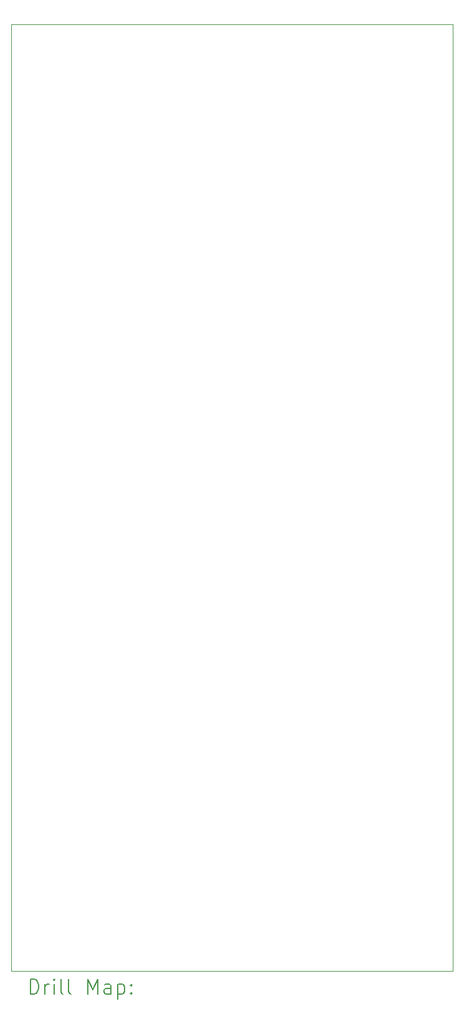
<source format=gbr>
%TF.GenerationSoftware,KiCad,Pcbnew,7.0.7-7.0.7~ubuntu22.04.1*%
%TF.CreationDate,2023-09-23T22:53:49+02:00*%
%TF.ProjectId,MS20-VCF,4d533230-2d56-4434-962e-6b696361645f,rev?*%
%TF.SameCoordinates,Original*%
%TF.FileFunction,Drillmap*%
%TF.FilePolarity,Positive*%
%FSLAX45Y45*%
G04 Gerber Fmt 4.5, Leading zero omitted, Abs format (unit mm)*
G04 Created by KiCad (PCBNEW 7.0.7-7.0.7~ubuntu22.04.1) date 2023-09-23 22:53:49*
%MOMM*%
%LPD*%
G01*
G04 APERTURE LIST*
%ADD10C,0.050000*%
%ADD11C,0.200000*%
G04 APERTURE END LIST*
D10*
X23700000Y-2700000D02*
X23700000Y-15550000D01*
X17700000Y-15550000D02*
X17700000Y-15100000D01*
X17700000Y-2700000D02*
X17700000Y-15100000D01*
X23700000Y-15550000D02*
X17700000Y-15550000D01*
X17700000Y-2700000D02*
X23700000Y-2700000D01*
D11*
X17958277Y-15863984D02*
X17958277Y-15663984D01*
X17958277Y-15663984D02*
X18005896Y-15663984D01*
X18005896Y-15663984D02*
X18034467Y-15673508D01*
X18034467Y-15673508D02*
X18053515Y-15692555D01*
X18053515Y-15692555D02*
X18063039Y-15711603D01*
X18063039Y-15711603D02*
X18072562Y-15749698D01*
X18072562Y-15749698D02*
X18072562Y-15778269D01*
X18072562Y-15778269D02*
X18063039Y-15816365D01*
X18063039Y-15816365D02*
X18053515Y-15835412D01*
X18053515Y-15835412D02*
X18034467Y-15854460D01*
X18034467Y-15854460D02*
X18005896Y-15863984D01*
X18005896Y-15863984D02*
X17958277Y-15863984D01*
X18158277Y-15863984D02*
X18158277Y-15730650D01*
X18158277Y-15768746D02*
X18167801Y-15749698D01*
X18167801Y-15749698D02*
X18177324Y-15740174D01*
X18177324Y-15740174D02*
X18196372Y-15730650D01*
X18196372Y-15730650D02*
X18215420Y-15730650D01*
X18282086Y-15863984D02*
X18282086Y-15730650D01*
X18282086Y-15663984D02*
X18272562Y-15673508D01*
X18272562Y-15673508D02*
X18282086Y-15683031D01*
X18282086Y-15683031D02*
X18291610Y-15673508D01*
X18291610Y-15673508D02*
X18282086Y-15663984D01*
X18282086Y-15663984D02*
X18282086Y-15683031D01*
X18405896Y-15863984D02*
X18386848Y-15854460D01*
X18386848Y-15854460D02*
X18377324Y-15835412D01*
X18377324Y-15835412D02*
X18377324Y-15663984D01*
X18510658Y-15863984D02*
X18491610Y-15854460D01*
X18491610Y-15854460D02*
X18482086Y-15835412D01*
X18482086Y-15835412D02*
X18482086Y-15663984D01*
X18739229Y-15863984D02*
X18739229Y-15663984D01*
X18739229Y-15663984D02*
X18805896Y-15806841D01*
X18805896Y-15806841D02*
X18872562Y-15663984D01*
X18872562Y-15663984D02*
X18872562Y-15863984D01*
X19053515Y-15863984D02*
X19053515Y-15759222D01*
X19053515Y-15759222D02*
X19043991Y-15740174D01*
X19043991Y-15740174D02*
X19024943Y-15730650D01*
X19024943Y-15730650D02*
X18986848Y-15730650D01*
X18986848Y-15730650D02*
X18967801Y-15740174D01*
X19053515Y-15854460D02*
X19034467Y-15863984D01*
X19034467Y-15863984D02*
X18986848Y-15863984D01*
X18986848Y-15863984D02*
X18967801Y-15854460D01*
X18967801Y-15854460D02*
X18958277Y-15835412D01*
X18958277Y-15835412D02*
X18958277Y-15816365D01*
X18958277Y-15816365D02*
X18967801Y-15797317D01*
X18967801Y-15797317D02*
X18986848Y-15787793D01*
X18986848Y-15787793D02*
X19034467Y-15787793D01*
X19034467Y-15787793D02*
X19053515Y-15778269D01*
X19148753Y-15730650D02*
X19148753Y-15930650D01*
X19148753Y-15740174D02*
X19167801Y-15730650D01*
X19167801Y-15730650D02*
X19205896Y-15730650D01*
X19205896Y-15730650D02*
X19224943Y-15740174D01*
X19224943Y-15740174D02*
X19234467Y-15749698D01*
X19234467Y-15749698D02*
X19243991Y-15768746D01*
X19243991Y-15768746D02*
X19243991Y-15825888D01*
X19243991Y-15825888D02*
X19234467Y-15844936D01*
X19234467Y-15844936D02*
X19224943Y-15854460D01*
X19224943Y-15854460D02*
X19205896Y-15863984D01*
X19205896Y-15863984D02*
X19167801Y-15863984D01*
X19167801Y-15863984D02*
X19148753Y-15854460D01*
X19329705Y-15844936D02*
X19339229Y-15854460D01*
X19339229Y-15854460D02*
X19329705Y-15863984D01*
X19329705Y-15863984D02*
X19320182Y-15854460D01*
X19320182Y-15854460D02*
X19329705Y-15844936D01*
X19329705Y-15844936D02*
X19329705Y-15863984D01*
X19329705Y-15740174D02*
X19339229Y-15749698D01*
X19339229Y-15749698D02*
X19329705Y-15759222D01*
X19329705Y-15759222D02*
X19320182Y-15749698D01*
X19320182Y-15749698D02*
X19329705Y-15740174D01*
X19329705Y-15740174D02*
X19329705Y-15759222D01*
M02*

</source>
